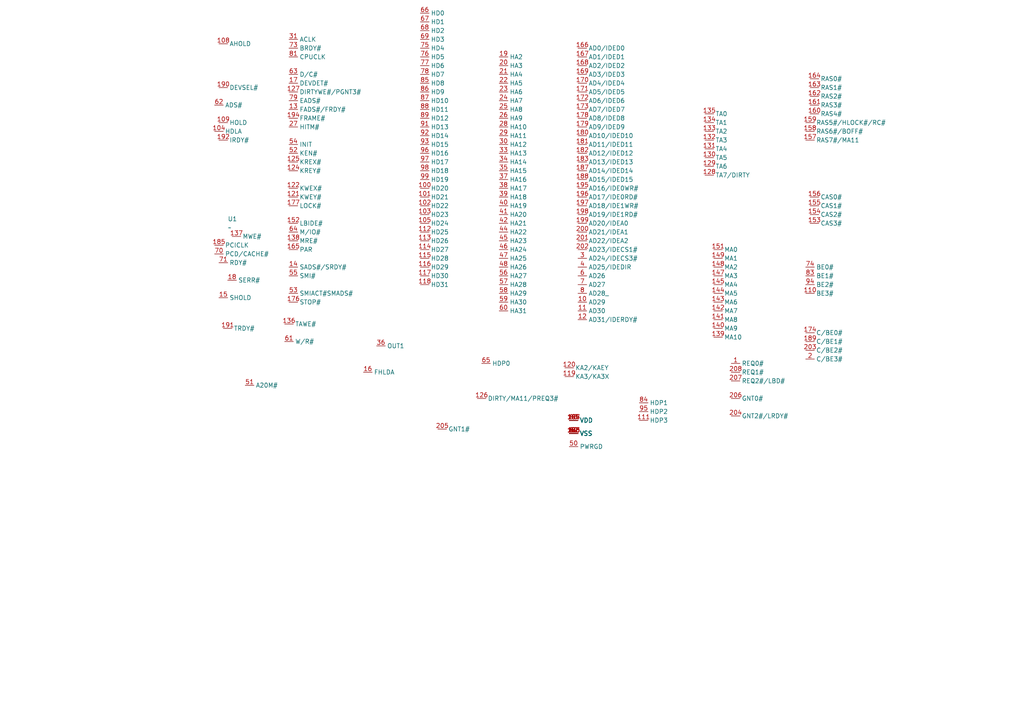
<source format=kicad_sch>
(kicad_sch (version 20250114) (generator "eeschema") (generator_version "9.0")
  (paper "A4")
  (lib_symbols
    (symbol "New_Library:85C496"
      (property "Reference" "U" (at 33.02 95.25 0))
      (symbol "85C496_0_0"
        (pin unspecified line (at 0 181.61 0) (length 2.54) (name "ADS#") (number "62"))
        (pin unspecified line (at 0 173.99 0) (length 2.54) (name "HDLA") (number "104"))
        (pin unspecified line (at 0 140.97 0) (length 2.54) (name "PCICLK") (number "185"))
        (pin unspecified line (at 0 138.43 0) (length 2.54) (name "PCD/CACHE#") (number "70"))
        (pin unspecified line (at 1.27 199.39 0) (length 2.54) (name "AHOLD") (number "108"))
        (pin unspecified line (at 1.27 186.69 0) (length 2.54) (name "DEVSEL#") (number "190"))
        (pin unspecified line (at 1.27 176.53 0) (length 2.54) (name "HOLD") (number "109"))
        (pin unspecified line (at 1.27 171.45 0) (length 2.54) (name "IRDY#") (number "192"))
        (pin unspecified line (at 1.27 135.89 0) (length 2.54) (name "RDY#") (number "71"))
        (pin unspecified line (at 1.27 125.73 0) (length 2.54) (name "SHOLD") (number "15"))
        (pin unspecified line (at 2.54 116.84 0) (length 2.54) (name "TRDY#") (number "191"))
        (pin unspecified line (at 3.81 130.81 0) (length 2.54) (name "SERR#") (number "18"))
        (pin unspecified line (at 5.08 143.51 0) (length 2.54) (name "MWE#") (number "137"))
        (pin unspecified line (at 8.89 100.33 0) (length 2.54) (name "A20M#") (number "51"))
        (pin unspecified line (at 20.32 118.11 0) (length 2.54) (name "TAWE#") (number "136"))
        (pin unspecified line (at 20.32 113.03 0) (length 2.54) (name "W/R#") (number "61"))
        (pin unspecified line (at 21.59 200.66 0) (length 2.54) (name "ACLK") (number "31"))
        (pin unspecified line (at 21.59 198.12 0) (length 2.54) (name "BRDY#") (number "73"))
        (pin unspecified line (at 21.59 195.58 0) (length 2.54) (name "CPUCLK") (number "81"))
        (pin unspecified line (at 21.59 190.5 0) (length 2.54) (name "D/C#") (number "63"))
        (pin unspecified line (at 21.59 187.96 0) (length 2.54) (name "DEVDET#") (number "17"))
        (pin unspecified line (at 21.59 185.42 0) (length 2.54) (name "DIRTYWE#/PGNT3#") (number "127"))
        (pin unspecified line (at 21.59 182.88 0) (length 2.54) (name "EADS#") (number "79"))
        (pin unspecified line (at 21.59 180.34 0) (length 2.54) (name "FADS#/FRDY#") (number "13"))
        (pin unspecified line (at 21.59 177.8 0) (length 2.54) (name "FRAME#") (number "194"))
        (pin unspecified line (at 21.59 175.26 0) (length 2.54) (name "HITM#") (number "27"))
        (pin unspecified line (at 21.59 170.18 0) (length 2.54) (name "INIT") (number "54"))
        (pin unspecified line (at 21.59 167.64 0) (length 2.54) (name "KEN#") (number "52"))
        (pin unspecified line (at 21.59 165.1 0) (length 2.54) (name "KREX#") (number "125"))
        (pin unspecified line (at 21.59 162.56 0) (length 2.54) (name "KREY#") (number "124"))
        (pin unspecified line (at 21.59 157.48 0) (length 2.54) (name "KWEX#") (number "122"))
        (pin unspecified line (at 21.59 154.94 0) (length 2.54) (name "KWEY#") (number "121"))
        (pin unspecified line (at 21.59 152.4 0) (length 2.54) (name "LOCK#") (number "177"))
        (pin unspecified line (at 21.59 147.32 0) (length 2.54) (name "LBIDE#") (number "152"))
        (pin unspecified line (at 21.59 144.78 0) (length 2.54) (name "M/IO#") (number "64"))
        (pin unspecified line (at 21.59 142.24 0) (length 2.54) (name "MRE#") (number "138"))
        (pin unspecified line (at 21.59 139.7 0) (length 2.54) (name "PAR") (number "165"))
        (pin unspecified line (at 21.59 134.62 0) (length 2.54) (name "SADS#/SRDY#") (number "14"))
        (pin unspecified line (at 21.59 132.08 0) (length 2.54) (name "SMI#") (number "55"))
        (pin unspecified line (at 21.59 127 0) (length 2.54) (name "SMIACT#SMADS#") (number "53"))
        (pin unspecified line (at 21.59 124.46 0) (length 2.54) (name "STOP#") (number "176"))
        (pin unspecified line (at 43.18 104.14 0) (length 2.54) (name "FHLDA") (number "16"))
        (pin unspecified line (at 46.99 111.76 0) (length 2.54) (name "OUT1") (number "36"))
        (pin unspecified line (at 59.69 208.28 0) (length 2.54) (name "HD0") (number "66"))
        (pin unspecified line (at 59.69 205.74 0) (length 2.54) (name "HD1") (number "67"))
        (pin unspecified line (at 59.69 203.2 0) (length 2.54) (name "HD2") (number "68"))
        (pin unspecified line (at 59.69 200.66 0) (length 2.54) (name "HD3") (number "69"))
        (pin unspecified line (at 59.69 198.12 0) (length 2.54) (name "HD4") (number "75"))
        (pin unspecified line (at 59.69 195.58 0) (length 2.54) (name "HD5") (number "76"))
        (pin unspecified line (at 59.69 193.04 0) (length 2.54) (name "HD6") (number "77"))
        (pin unspecified line (at 59.69 190.5 0) (length 2.54) (name "HD7") (number "78"))
        (pin unspecified line (at 59.69 187.96 0) (length 2.54) (name "HD8") (number "85"))
        (pin unspecified line (at 59.69 185.42 0) (length 2.54) (name "HD9") (number "86"))
        (pin unspecified line (at 59.69 182.88 0) (length 2.54) (name "HD10") (number "87"))
        (pin unspecified line (at 59.69 180.34 0) (length 2.54) (name "HD11") (number "88"))
        (pin unspecified line (at 59.69 177.8 0) (length 2.54) (name "HD12") (number "89"))
        (pin unspecified line (at 59.69 175.26 0) (length 2.54) (name "HD13") (number "91"))
        (pin unspecified line (at 59.69 172.72 0) (length 2.54) (name "HD14") (number "92"))
        (pin unspecified line (at 59.69 170.18 0) (length 2.54) (name "HD15") (number "93"))
        (pin unspecified line (at 59.69 167.64 0) (length 2.54) (name "HD16") (number "96"))
        (pin unspecified line (at 59.69 165.1 0) (length 2.54) (name "HD17") (number "97"))
        (pin unspecified line (at 59.69 162.56 0) (length 2.54) (name "HD18") (number "98"))
        (pin unspecified line (at 59.69 160.02 0) (length 2.54) (name "HD19") (number "99"))
        (pin unspecified line (at 59.69 157.48 0) (length 2.54) (name "HD20") (number "100"))
        (pin unspecified line (at 59.69 154.94 0) (length 2.54) (name "HD21") (number "101"))
        (pin unspecified line (at 59.69 152.4 0) (length 2.54) (name "HD22") (number "102"))
        (pin unspecified line (at 59.69 149.86 0) (length 2.54) (name "HD23") (number "103"))
        (pin unspecified line (at 59.69 147.32 0) (length 2.54) (name "HD24") (number "105"))
        (pin unspecified line (at 59.69 144.78 0) (length 2.54) (name "HD25") (number "112"))
        (pin unspecified line (at 59.69 142.24 0) (length 2.54) (name "HD26") (number "113"))
        (pin unspecified line (at 59.69 139.7 0) (length 2.54) (name "HD27") (number "114"))
        (pin unspecified line (at 59.69 137.16 0) (length 2.54) (name "HD28") (number "115"))
        (pin unspecified line (at 59.69 134.62 0) (length 2.54) (name "HD29") (number "116"))
        (pin unspecified line (at 59.69 132.08 0) (length 2.54) (name "HD30") (number "117"))
        (pin unspecified line (at 59.69 129.54 0) (length 2.54) (name "HD31") (number "118"))
        (pin unspecified line (at 64.77 87.63 0) (length 2.54) (name "GNT1#") (number "205"))
        (pin unspecified line (at 76.2 96.52 0) (length 2.54) (name "DIRTY/MA11/PREQ3#") (number "126"))
        (pin unspecified line (at 77.47 106.68 0) (length 2.54) (name "HDP0") (number "65"))
        (pin unspecified line (at 82.55 195.58 0) (length 2.54) (name "HA2") (number "19"))
        (pin unspecified line (at 82.55 193.04 0) (length 2.54) (name "HA3") (number "20"))
        (pin unspecified line (at 82.55 190.5 0) (length 2.54) (name "HA4") (number "21"))
        (pin unspecified line (at 82.55 187.96 0) (length 2.54) (name "HA5") (number "22"))
        (pin unspecified line (at 82.55 185.42 0) (length 2.54) (name "HA6") (number "23"))
        (pin unspecified line (at 82.55 182.88 0) (length 2.54) (name "HA7") (number "24"))
        (pin unspecified line (at 82.55 180.34 0) (length 2.54) (name "HA8") (number "25"))
        (pin unspecified line (at 82.55 177.8 0) (length 2.54) (name "HA9") (number "26"))
        (pin unspecified line (at 82.55 175.26 0) (length 2.54) (name "HA10") (number "28"))
        (pin unspecified line (at 82.55 172.72 0) (length 2.54) (name "HA11") (number "29"))
        (pin unspecified line (at 82.55 170.18 0) (length 2.54) (name "HA12") (number "30"))
        (pin unspecified line (at 82.55 167.64 0) (length 2.54) (name "HA13") (number "33"))
        (pin unspecified line (at 82.55 165.1 0) (length 2.54) (name "HA14") (number "34"))
        (pin unspecified line (at 82.55 162.56 0) (length 2.54) (name "HA15") (number "35"))
        (pin unspecified line (at 82.55 160.02 0) (length 2.54) (name "HA16") (number "37"))
        (pin unspecified line (at 82.55 157.48 0) (length 2.54) (name "HA17") (number "38"))
        (pin unspecified line (at 82.55 154.94 0) (length 2.54) (name "HA18") (number "39"))
        (pin unspecified line (at 82.55 152.4 0) (length 2.54) (name "HA19") (number "40"))
        (pin unspecified line (at 82.55 149.86 0) (length 2.54) (name "HA20") (number "41"))
        (pin unspecified line (at 82.55 147.32 0) (length 2.54) (name "HA21") (number "42"))
        (pin unspecified line (at 82.55 144.78 0) (length 2.54) (name "HA22") (number "44"))
        (pin unspecified line (at 82.55 142.24 0) (length 2.54) (name "HA23") (number "45"))
        (pin unspecified line (at 82.55 139.7 0) (length 2.54) (name "HA24") (number "46"))
        (pin unspecified line (at 82.55 137.16 0) (length 2.54) (name "HA25") (number "47"))
        (pin unspecified line (at 82.55 134.62 0) (length 2.54) (name "HA26") (number "48"))
        (pin unspecified line (at 82.55 132.08 0) (length 2.54) (name "HA27") (number "56"))
        (pin unspecified line (at 82.55 129.54 0) (length 2.54) (name "HA28") (number "57"))
        (pin unspecified line (at 82.55 127 0) (length 2.54) (name "HA29") (number "58"))
        (pin unspecified line (at 82.55 124.46 0) (length 2.54) (name "HA30") (number "59"))
        (pin unspecified line (at 82.55 121.92 0) (length 2.54) (name "HA31") (number "60"))
        (pin unspecified line (at 101.6 105.41 0) (length 2.54) (name "KA2/KAEY") (number "120"))
        (pin unspecified line (at 101.6 102.87 0) (length 2.54) (name "KA3/KA3X") (number "119"))
        (pin unspecified line (at 102.87 90.17 0) (length 2.54) (name "VDD") (number "107"))
        (pin unspecified line (at 102.87 90.17 0) (length 2.54) (name "VDD") (number "146"))
        (pin unspecified line (at 102.87 90.17 0) (length 2.54) (name "VDD") (number "184"))
        (pin unspecified line (at 102.87 90.17 0) (length 2.54) (name "VDD") (number "43"))
        (pin unspecified line (at 102.87 90.17 0) (length 2.54) (name "VDD") (number "80"))
        (pin unspecified line (at 102.87 90.17 0) (length 2.54) (name "VDD") (number "9"))
        (pin unspecified line (at 102.87 86.36 0) (length 2.54) (name "VSS") (number "106"))
        (pin unspecified line (at 102.87 86.36 0) (length 2.54) (name "VSS") (number "123"))
        (pin unspecified line (at 102.87 86.36 0) (length 2.54) (name "VSS") (number "150"))
        (pin unspecified line (at 102.87 86.36 0) (length 2.54) (name "VSS") (number "175"))
        (pin unspecified line (at 102.87 86.36 0) (length 2.54) (name "VSS") (number "186"))
        (pin unspecified line (at 102.87 86.36 0) (length 2.54) (name "VSS") (number "193"))
        (pin unspecified line (at 102.87 86.36 0) (length 2.54) (name "VSS") (number "32"))
        (pin unspecified line (at 102.87 86.36 0) (length 2.54) (name "VSS") (number "49"))
        (pin unspecified line (at 102.87 86.36 0) (length 2.54) (name "VSS") (number "5"))
        (pin unspecified line (at 102.87 86.36 0) (length 2.54) (name "VSS") (number "72"))
        (pin unspecified line (at 102.87 86.36 0) (length 2.54) (name "VSS") (number "82"))
        (pin unspecified line (at 102.87 86.36 0) (length 2.54) (name "VSS") (number "90"))
        (pin unspecified line (at 102.87 82.55 0) (length 2.54) (name "PWRGD") (number "50"))
        (pin unspecified line (at 105.41 198.12 0) (length 2.54) (name "AD0/IDED0") (number "166"))
        (pin unspecified line (at 105.41 195.58 0) (length 2.54) (name "AD1/IDED1") (number "167"))
        (pin unspecified line (at 105.41 193.04 0) (length 2.54) (name "AD2/IDED2") (number "168"))
        (pin unspecified line (at 105.41 190.5 0) (length 2.54) (name "AD3/IDED3") (number "169"))
        (pin unspecified line (at 105.41 187.96 0) (length 2.54) (name "AD4/IDED4") (number "170"))
        (pin unspecified line (at 105.41 185.42 0) (length 2.54) (name "AD5/IDED5") (number "171"))
        (pin unspecified line (at 105.41 182.88 0) (length 2.54) (name "AD6/IDED6") (number "172"))
        (pin unspecified line (at 105.41 180.34 0) (length 2.54) (name "AD7/IDED7") (number "173"))
        (pin unspecified line (at 105.41 177.8 0) (length 2.54) (name "AD8/IDED8") (number "178"))
        (pin unspecified line (at 105.41 175.26 0) (length 2.54) (name "AD9/IDED9") (number "179"))
        (pin unspecified line (at 105.41 172.72 0) (length 2.54) (name "AD10/IDED10") (number "180"))
        (pin unspecified line (at 105.41 170.18 0) (length 2.54) (name "AD11/IDED11") (number "181"))
        (pin unspecified line (at 105.41 167.64 0) (length 2.54) (name "AD12/IDED12") (number "182"))
        (pin unspecified line (at 105.41 165.1 0) (length 2.54) (name "AD13/IDED13") (number "183"))
        (pin unspecified line (at 105.41 162.56 0) (length 2.54) (name "AD14/IDED14") (number "187"))
        (pin unspecified line (at 105.41 160.02 0) (length 2.54) (name "AD15/IDED15") (number "188"))
        (pin unspecified line (at 105.41 157.48 0) (length 2.54) (name "AD16/IDE0WR#") (number "195"))
        (pin unspecified line (at 105.41 154.94 0) (length 2.54) (name "AD17/IDE0RD#") (number "196"))
        (pin unspecified line (at 105.41 152.4 0) (length 2.54) (name "AD18/IDE1WR#") (number "197"))
        (pin unspecified line (at 105.41 149.86 0) (length 2.54) (name "AD19/IDE1RD#") (number "198"))
        (pin unspecified line (at 105.41 147.32 0) (length 2.54) (name "AD20/IDEA0") (number "199"))
        (pin unspecified line (at 105.41 144.78 0) (length 2.54) (name "AD21/IDEA1") (number "200"))
        (pin unspecified line (at 105.41 142.24 0) (length 2.54) (name "AD22/IDEA2") (number "201"))
        (pin unspecified line (at 105.41 139.7 0) (length 2.54) (name "AD23/IDECS1#") (number "202"))
        (pin unspecified line (at 105.41 137.16 0) (length 2.54) (name "AD24/IDECS3#") (number "3"))
        (pin unspecified line (at 105.41 134.62 0) (length 2.54) (name "AD25/IDEDIR") (number "4"))
        (pin unspecified line (at 105.41 132.08 0) (length 2.54) (name "AD26") (number "6"))
        (pin unspecified line (at 105.41 129.54 0) (length 2.54) (name "AD27") (number "7"))
        (pin unspecified line (at 105.41 127 0) (length 2.54) (name "AD28_") (number "8"))
        (pin unspecified line (at 105.41 124.46 0) (length 2.54) (name "AD29") (number "10"))
        (pin unspecified line (at 105.41 121.92 0) (length 2.54) (name "AD30") (number "11"))
        (pin unspecified line (at 105.41 119.38 0) (length 2.54) (name "AD31/IDERDY#") (number "12"))
        (pin unspecified line (at 123.19 95.25 0) (length 2.54) (name "HDP1") (number "84"))
        (pin unspecified line (at 123.19 92.71 0) (length 2.54) (name "HDP2") (number "95"))
        (pin unspecified line (at 123.19 90.17 0) (length 2.54) (name "HDP3") (number "111"))
        (pin unspecified line (at 142.24 179.07 0) (length 2.54) (name "TA0") (number "135"))
        (pin unspecified line (at 142.24 176.53 0) (length 2.54) (name "TA1") (number "134"))
        (pin unspecified line (at 142.24 173.99 0) (length 2.54) (name "TA2") (number "133"))
        (pin unspecified line (at 142.24 171.45 0) (length 2.54) (name "TA3") (number "132"))
        (pin unspecified line (at 142.24 168.91 0) (length 2.54) (name "TA4") (number "131"))
        (pin unspecified line (at 142.24 166.37 0) (length 2.54) (name "TA5") (number "130"))
        (pin unspecified line (at 142.24 163.83 0) (length 2.54) (name "TA6") (number "129"))
        (pin unspecified line (at 142.24 161.29 0) (length 2.54) (name "TA7/DIRTY") (number "128"))
        (pin unspecified line (at 144.78 139.7 0) (length 2.54) (name "MA0") (number "151"))
        (pin unspecified line (at 144.78 137.16 0) (length 2.54) (name "MA1") (number "149"))
        (pin unspecified line (at 144.78 134.62 0) (length 2.54) (name "MA2") (number "148"))
        (pin unspecified line (at 144.78 132.08 0) (length 2.54) (name "MA3") (number "147"))
        (pin unspecified line (at 144.78 129.54 0) (length 2.54) (name "MA4") (number "145"))
        (pin unspecified line (at 144.78 127 0) (length 2.54) (name "MA5") (number "144"))
        (pin unspecified line (at 144.78 124.46 0) (length 2.54) (name "MA6") (number "143"))
        (pin unspecified line (at 144.78 121.92 0) (length 2.54) (name "MA7") (number "142"))
        (pin unspecified line (at 144.78 119.38 0) (length 2.54) (name "MA8") (number "141"))
        (pin unspecified line (at 144.78 116.84 0) (length 2.54) (name "MA9") (number "140"))
        (pin unspecified line (at 144.78 114.3 0) (length 2.54) (name "MA10") (number "139"))
        (pin unspecified line (at 149.86 106.68 0) (length 2.54) (name "REQ0#") (number "1"))
        (pin unspecified line (at 149.86 104.14 0) (length 2.54) (name "REQ1#") (number "208"))
        (pin unspecified line (at 149.86 101.6 0) (length 2.54) (name "REQ2#/LBD#") (number "207"))
        (pin unspecified line (at 149.86 96.52 0) (length 2.54) (name "GNT0#") (number "206"))
        (pin unspecified line (at 149.86 91.44 0) (length 2.54) (name "GNT2#/LRDY#") (number "204"))
        (pin unspecified line (at 171.45 176.53 0) (length 2.54) (name "RAS5#/HLOCK#/RC#") (number "159"))
        (pin unspecified line (at 171.45 173.99 0) (length 2.54) (name "RAS6#/BOFF#") (number "158"))
        (pin unspecified line (at 171.45 171.45 0) (length 2.54) (name "RAS7#/MA11") (number "157"))
        (pin unspecified line (at 171.45 134.62 0) (length 2.54) (name "BE0#") (number "74"))
        (pin unspecified line (at 171.45 132.08 0) (length 2.54) (name "BE1#") (number "83"))
        (pin unspecified line (at 171.45 129.54 0) (length 2.54) (name "BE2#") (number "94"))
        (pin unspecified line (at 171.45 127 0) (length 2.54) (name "BE3#") (number "110"))
        (pin unspecified line (at 171.45 115.57 0) (length 2.54) (name "C/BE0#") (number "174"))
        (pin unspecified line (at 171.45 113.03 0) (length 2.54) (name "C/BE1#") (number "189"))
        (pin unspecified line (at 171.45 110.49 0) (length 2.54) (name "C/BE2#") (number "203"))
        (pin unspecified line (at 171.45 107.95 0) (length 2.54) (name "C/BE3#") (number "2"))
        (pin unspecified line (at 172.72 189.23 0) (length 2.54) (name "RAS0#") (number "164"))
        (pin unspecified line (at 172.72 186.69 0) (length 2.54) (name "RAS1#") (number "163"))
        (pin unspecified line (at 172.72 184.15 0) (length 2.54) (name "RAS2#") (number "162"))
        (pin unspecified line (at 172.72 181.61 0) (length 2.54) (name "RAS3#") (number "161"))
        (pin unspecified line (at 172.72 179.07 0) (length 2.54) (name "RAS4#") (number "160"))
        (pin unspecified line (at 172.72 154.94 0) (length 2.54) (name "CAS0#") (number "156"))
        (pin unspecified line (at 172.72 152.4 0) (length 2.54) (name "CAS1#") (number "155"))
        (pin unspecified line (at 172.72 149.86 0) (length 2.54) (name "CAS2#") (number "154"))
        (pin unspecified line (at 172.72 147.32 0) (length 2.54) (name "CAS3#") (number "153"))
      )
    )
  )
  (symbol (lib_id "New_Library:85C496") (at 62.23 212.09 0) (unit 1)
    (property "Reference" "U1" (at 66.04 63.4999 0) (effects (justify left)))
    (property "Value" "~" (at 66.04 66.0399 0) (effects (justify left)))
    (property "Footprint" "Library:85c496" (effects (hide yes)))
  )
)
</source>
